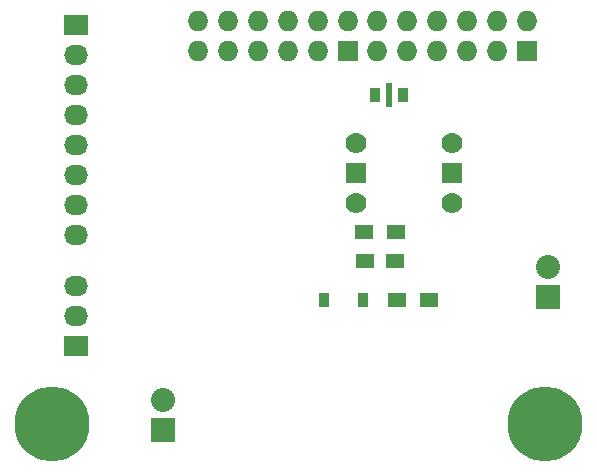
<source format=gbs>
%FSLAX46Y46*%
G04 Gerber Fmt 4.6, Leading zero omitted, Abs format (unit mm)*
G04 Created by KiCad (PCBNEW (2014-10-27 BZR 5228)-product) date 28/06/2015 08:06:50*
%MOMM*%
G01*
G04 APERTURE LIST*
%ADD10C,0.100000*%
%ADD11R,0.899160X1.249680*%
%ADD12R,0.500380X1.998980*%
%ADD13R,2.032000X2.032000*%
%ADD14O,2.032000X2.032000*%
%ADD15R,2.032000X1.727200*%
%ADD16O,2.032000X1.727200*%
%ADD17R,1.727200X1.727200*%
%ADD18O,1.727200X1.727200*%
%ADD19C,1.778000*%
%ADD20R,1.778000X1.778000*%
%ADD21C,6.350000*%
%ADD22R,1.500000X1.250000*%
%ADD23R,0.910000X1.220000*%
%ADD24R,1.500000X1.300000*%
G04 APERTURE END LIST*
D10*
D11*
X148398880Y-108500000D03*
X146001120Y-108500000D03*
D12*
X147200000Y-108500000D03*
D13*
X160650000Y-125600000D03*
D14*
X160650000Y-123060000D03*
D15*
X120650000Y-129794000D03*
D16*
X120650000Y-127254000D03*
X120650000Y-124714000D03*
D17*
X143700000Y-104800000D03*
D18*
X143700000Y-102260000D03*
X141160000Y-104800000D03*
X141160000Y-102260000D03*
X138620000Y-104800000D03*
X138620000Y-102260000D03*
X136080000Y-104800000D03*
X136080000Y-102260000D03*
X133540000Y-104800000D03*
X133540000Y-102260000D03*
X131000000Y-104800000D03*
X131000000Y-102260000D03*
D17*
X158900000Y-104800000D03*
D18*
X158900000Y-102260000D03*
X156360000Y-104800000D03*
X156360000Y-102260000D03*
X153820000Y-104800000D03*
X153820000Y-102260000D03*
X151280000Y-104800000D03*
X151280000Y-102260000D03*
X148740000Y-104800000D03*
X148740000Y-102260000D03*
X146200000Y-104800000D03*
X146200000Y-102260000D03*
D19*
X152500000Y-117640000D03*
D20*
X152500000Y-115100000D03*
D19*
X152500000Y-112560000D03*
X144350000Y-117690000D03*
D20*
X144350000Y-115150000D03*
D19*
X144350000Y-112610000D03*
D13*
X128016000Y-136906000D03*
D14*
X128016000Y-134366000D03*
D21*
X118618000Y-136398000D03*
X160400000Y-136400000D03*
D22*
X145150000Y-122600000D03*
X147650000Y-122600000D03*
D23*
X141665000Y-125850000D03*
X144935000Y-125850000D03*
D24*
X150550000Y-125850000D03*
X147850000Y-125850000D03*
X145050000Y-120100000D03*
X147750000Y-120100000D03*
D15*
X120650000Y-102616000D03*
D16*
X120650000Y-105156000D03*
X120650000Y-107696000D03*
X120650000Y-110236000D03*
X120650000Y-112776000D03*
X120650000Y-115316000D03*
X120650000Y-117856000D03*
X120650000Y-120396000D03*
M02*

</source>
